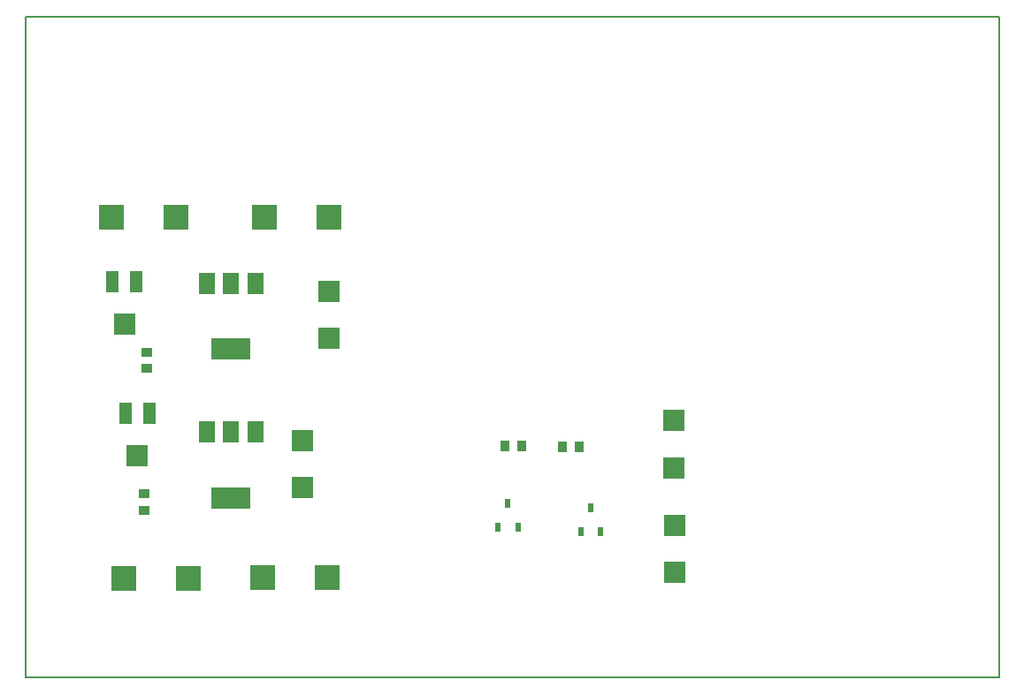
<source format=gbr>
G04 PROTEUS RS274X GERBER FILE*
%FSLAX45Y45*%
%MOMM*%
G01*
%ADD16R,1.524000X2.032000*%
%ADD17R,3.810000X2.032000*%
%ADD18R,2.108200X2.108200*%
%ADD19R,2.362200X2.438400*%
%ADD70R,0.990600X0.939800*%
%ADD71R,1.270000X2.032000*%
%ADD20R,2.032000X2.032000*%
%ADD23R,0.939800X0.990600*%
%ADD24R,0.609600X0.939800*%
%ADD29C,0.203200*%
%TD.AperFunction*%
D16*
X+4181140Y+5470000D03*
D17*
X+3950000Y+4840080D03*
D16*
X+3950000Y+5470000D03*
X+3718860Y+5470000D03*
X+4181140Y+4040000D03*
D17*
X+3950000Y+3410080D03*
D16*
X+3950000Y+4040000D03*
X+3718860Y+4040000D03*
D18*
X+4630000Y+3510000D03*
X+4630000Y+3960000D03*
X+4890000Y+4940000D03*
X+4890000Y+5390000D03*
D19*
X+4270000Y+6100000D03*
X+4890000Y+6100000D03*
X+2800000Y+6100000D03*
X+3420000Y+6100000D03*
X+4250000Y+2650000D03*
X+4870000Y+2650000D03*
X+2920000Y+2640000D03*
X+3540000Y+2640000D03*
D70*
X+3120000Y+3290000D03*
X+3120000Y+3450000D03*
X+3140000Y+4650000D03*
X+3140000Y+4810000D03*
D71*
X+2815700Y+5483200D03*
X+3044300Y+5483200D03*
D20*
X+2930000Y+5076800D03*
D23*
X+6730000Y+3910000D03*
X+6570000Y+3910000D03*
X+7280000Y+3900000D03*
X+7120000Y+3900000D03*
D24*
X+6505000Y+3130000D03*
X+6695000Y+3130000D03*
X+6600000Y+3360000D03*
X+7295000Y+3090000D03*
X+7485000Y+3090000D03*
X+7390000Y+3320000D03*
D18*
X+8190000Y+3700000D03*
X+8190000Y+4150000D03*
X+8200000Y+2700000D03*
X+8200000Y+3150000D03*
D71*
X+2935700Y+4223200D03*
X+3164300Y+4223200D03*
D20*
X+3050000Y+3816800D03*
D29*
X+1980000Y+1690000D02*
X+11300000Y+1690000D01*
X+11300000Y+8020000D01*
X+1980000Y+8020000D01*
X+1980000Y+1690000D01*
M02*

</source>
